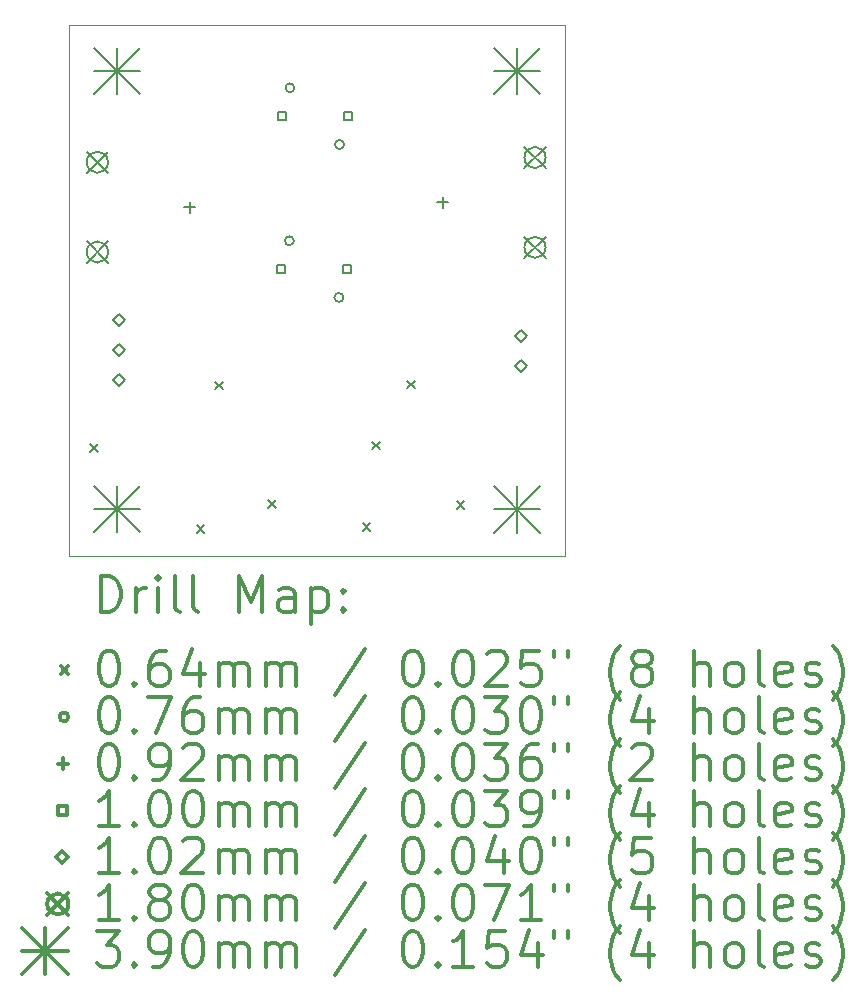
<source format=gbr>
%FSLAX45Y45*%
G04 Gerber Fmt 4.5, Leading zero omitted, Abs format (unit mm)*
G04 Created by KiCad (PCBNEW (2014-10-27 BZR 5228)-product) date 15/05/2015 07:51:40*
%MOMM*%
G01*
G04 APERTURE LIST*
%ADD10C,0.127000*%
%ADD11C,0.100000*%
%ADD12C,0.200000*%
%ADD13C,0.300000*%
G04 APERTURE END LIST*
D10*
D11*
X12200000Y-10000000D02*
X16400000Y-10000000D01*
X16400000Y-14500000D02*
X12200000Y-14500000D01*
X12200000Y-14500000D02*
X12200000Y-10000000D01*
X16400000Y-10000000D02*
X16400000Y-14500000D01*
D12*
X12378250Y-13553250D02*
X12441750Y-13616750D01*
X12441750Y-13553250D02*
X12378250Y-13616750D01*
X13283250Y-14238250D02*
X13346750Y-14301750D01*
X13346750Y-14238250D02*
X13283250Y-14301750D01*
X13438250Y-13023250D02*
X13501750Y-13086750D01*
X13501750Y-13023250D02*
X13438250Y-13086750D01*
X13888250Y-14028250D02*
X13951750Y-14091750D01*
X13951750Y-14028250D02*
X13888250Y-14091750D01*
X14688250Y-14223250D02*
X14751750Y-14286750D01*
X14751750Y-14223250D02*
X14688250Y-14286750D01*
X14768250Y-13533250D02*
X14831750Y-13596750D01*
X14831750Y-13533250D02*
X14768250Y-13596750D01*
X15063250Y-13013250D02*
X15126750Y-13076750D01*
X15126750Y-13013250D02*
X15063250Y-13076750D01*
X15483250Y-14033250D02*
X15546750Y-14096750D01*
X15546750Y-14033250D02*
X15483250Y-14096750D01*
X14103100Y-11830000D02*
G75*
G03X14103100Y-11830000I-38100J0D01*
G01*
X14108100Y-10535000D02*
G75*
G03X14108100Y-10535000I-38100J0D01*
G01*
X14523100Y-12310000D02*
G75*
G03X14523100Y-12310000I-38100J0D01*
G01*
X14528100Y-11015000D02*
G75*
G03X14528100Y-11015000I-38100J0D01*
G01*
X13220000Y-11499000D02*
X13220000Y-11591000D01*
X13174000Y-11545000D02*
X13266000Y-11545000D01*
X15365000Y-11459000D02*
X15365000Y-11551000D01*
X15319000Y-11505000D02*
X15411000Y-11505000D01*
X14030782Y-12104982D02*
X14030782Y-12034217D01*
X13960017Y-12034217D01*
X13960017Y-12104982D01*
X14030782Y-12104982D01*
X14036182Y-10810783D02*
X14036182Y-10740018D01*
X13965417Y-10740018D01*
X13965417Y-10810783D01*
X14036182Y-10810783D01*
X14589582Y-12104982D02*
X14589582Y-12034217D01*
X14518817Y-12034217D01*
X14518817Y-12104982D01*
X14589582Y-12104982D01*
X14594982Y-10810783D02*
X14594982Y-10740018D01*
X14524217Y-10740018D01*
X14524217Y-10810783D01*
X14594982Y-10810783D01*
X12625000Y-12547800D02*
X12675800Y-12497000D01*
X12625000Y-12446200D01*
X12574200Y-12497000D01*
X12625000Y-12547800D01*
X12625000Y-12801800D02*
X12675800Y-12751000D01*
X12625000Y-12700200D01*
X12574200Y-12751000D01*
X12625000Y-12801800D01*
X12625000Y-13055800D02*
X12675800Y-13005000D01*
X12625000Y-12954200D01*
X12574200Y-13005000D01*
X12625000Y-13055800D01*
X16025000Y-12690800D02*
X16075800Y-12640000D01*
X16025000Y-12589200D01*
X15974200Y-12640000D01*
X16025000Y-12690800D01*
X16025000Y-12944800D02*
X16075800Y-12894000D01*
X16025000Y-12843200D01*
X15974200Y-12894000D01*
X16025000Y-12944800D01*
X12350000Y-11075000D02*
X12530000Y-11255000D01*
X12530000Y-11075000D02*
X12350000Y-11255000D01*
X12530000Y-11165000D02*
G75*
G03X12530000Y-11165000I-90000J0D01*
G01*
X12350000Y-11835000D02*
X12530000Y-12015000D01*
X12530000Y-11835000D02*
X12350000Y-12015000D01*
X12530000Y-11925000D02*
G75*
G03X12530000Y-11925000I-90000J0D01*
G01*
X16055000Y-11035000D02*
X16235000Y-11215000D01*
X16235000Y-11035000D02*
X16055000Y-11215000D01*
X16235000Y-11125000D02*
G75*
G03X16235000Y-11125000I-90000J0D01*
G01*
X16055000Y-11795000D02*
X16235000Y-11975000D01*
X16235000Y-11795000D02*
X16055000Y-11975000D01*
X16235000Y-11885000D02*
G75*
G03X16235000Y-11885000I-90000J0D01*
G01*
X12410000Y-10195000D02*
X12800000Y-10585000D01*
X12800000Y-10195000D02*
X12410000Y-10585000D01*
X12605000Y-10195000D02*
X12605000Y-10585000D01*
X12410000Y-10390000D02*
X12800000Y-10390000D01*
X12415000Y-13905000D02*
X12805000Y-14295000D01*
X12805000Y-13905000D02*
X12415000Y-14295000D01*
X12610000Y-13905000D02*
X12610000Y-14295000D01*
X12415000Y-14100000D02*
X12805000Y-14100000D01*
X15795000Y-13910000D02*
X16185000Y-14300000D01*
X16185000Y-13910000D02*
X15795000Y-14300000D01*
X15990000Y-13910000D02*
X15990000Y-14300000D01*
X15795000Y-14105000D02*
X16185000Y-14105000D01*
X15800000Y-10195000D02*
X16190000Y-10585000D01*
X16190000Y-10195000D02*
X15800000Y-10585000D01*
X15995000Y-10195000D02*
X15995000Y-10585000D01*
X15800000Y-10390000D02*
X16190000Y-10390000D01*
D13*
X12466428Y-14970714D02*
X12466428Y-14670714D01*
X12537857Y-14670714D01*
X12580714Y-14685000D01*
X12609286Y-14713571D01*
X12623571Y-14742143D01*
X12637857Y-14799286D01*
X12637857Y-14842143D01*
X12623571Y-14899286D01*
X12609286Y-14927857D01*
X12580714Y-14956429D01*
X12537857Y-14970714D01*
X12466428Y-14970714D01*
X12766428Y-14970714D02*
X12766428Y-14770714D01*
X12766428Y-14827857D02*
X12780714Y-14799286D01*
X12795000Y-14785000D01*
X12823571Y-14770714D01*
X12852143Y-14770714D01*
X12952143Y-14970714D02*
X12952143Y-14770714D01*
X12952143Y-14670714D02*
X12937857Y-14685000D01*
X12952143Y-14699286D01*
X12966428Y-14685000D01*
X12952143Y-14670714D01*
X12952143Y-14699286D01*
X13137857Y-14970714D02*
X13109286Y-14956429D01*
X13095000Y-14927857D01*
X13095000Y-14670714D01*
X13295000Y-14970714D02*
X13266428Y-14956429D01*
X13252143Y-14927857D01*
X13252143Y-14670714D01*
X13637857Y-14970714D02*
X13637857Y-14670714D01*
X13737857Y-14885000D01*
X13837857Y-14670714D01*
X13837857Y-14970714D01*
X14109286Y-14970714D02*
X14109286Y-14813571D01*
X14095000Y-14785000D01*
X14066428Y-14770714D01*
X14009286Y-14770714D01*
X13980714Y-14785000D01*
X14109286Y-14956429D02*
X14080714Y-14970714D01*
X14009286Y-14970714D01*
X13980714Y-14956429D01*
X13966428Y-14927857D01*
X13966428Y-14899286D01*
X13980714Y-14870714D01*
X14009286Y-14856429D01*
X14080714Y-14856429D01*
X14109286Y-14842143D01*
X14252143Y-14770714D02*
X14252143Y-15070714D01*
X14252143Y-14785000D02*
X14280714Y-14770714D01*
X14337857Y-14770714D01*
X14366428Y-14785000D01*
X14380714Y-14799286D01*
X14395000Y-14827857D01*
X14395000Y-14913571D01*
X14380714Y-14942143D01*
X14366428Y-14956429D01*
X14337857Y-14970714D01*
X14280714Y-14970714D01*
X14252143Y-14956429D01*
X14523571Y-14942143D02*
X14537857Y-14956429D01*
X14523571Y-14970714D01*
X14509286Y-14956429D01*
X14523571Y-14942143D01*
X14523571Y-14970714D01*
X14523571Y-14785000D02*
X14537857Y-14799286D01*
X14523571Y-14813571D01*
X14509286Y-14799286D01*
X14523571Y-14785000D01*
X14523571Y-14813571D01*
X12131500Y-15433250D02*
X12195000Y-15496750D01*
X12195000Y-15433250D02*
X12131500Y-15496750D01*
X12523571Y-15300714D02*
X12552143Y-15300714D01*
X12580714Y-15315000D01*
X12595000Y-15329286D01*
X12609286Y-15357857D01*
X12623571Y-15415000D01*
X12623571Y-15486429D01*
X12609286Y-15543571D01*
X12595000Y-15572143D01*
X12580714Y-15586429D01*
X12552143Y-15600714D01*
X12523571Y-15600714D01*
X12495000Y-15586429D01*
X12480714Y-15572143D01*
X12466428Y-15543571D01*
X12452143Y-15486429D01*
X12452143Y-15415000D01*
X12466428Y-15357857D01*
X12480714Y-15329286D01*
X12495000Y-15315000D01*
X12523571Y-15300714D01*
X12752143Y-15572143D02*
X12766428Y-15586429D01*
X12752143Y-15600714D01*
X12737857Y-15586429D01*
X12752143Y-15572143D01*
X12752143Y-15600714D01*
X13023571Y-15300714D02*
X12966428Y-15300714D01*
X12937857Y-15315000D01*
X12923571Y-15329286D01*
X12895000Y-15372143D01*
X12880714Y-15429286D01*
X12880714Y-15543571D01*
X12895000Y-15572143D01*
X12909286Y-15586429D01*
X12937857Y-15600714D01*
X12995000Y-15600714D01*
X13023571Y-15586429D01*
X13037857Y-15572143D01*
X13052143Y-15543571D01*
X13052143Y-15472143D01*
X13037857Y-15443571D01*
X13023571Y-15429286D01*
X12995000Y-15415000D01*
X12937857Y-15415000D01*
X12909286Y-15429286D01*
X12895000Y-15443571D01*
X12880714Y-15472143D01*
X13309286Y-15400714D02*
X13309286Y-15600714D01*
X13237857Y-15286429D02*
X13166428Y-15500714D01*
X13352143Y-15500714D01*
X13466428Y-15600714D02*
X13466428Y-15400714D01*
X13466428Y-15429286D02*
X13480714Y-15415000D01*
X13509286Y-15400714D01*
X13552143Y-15400714D01*
X13580714Y-15415000D01*
X13595000Y-15443571D01*
X13595000Y-15600714D01*
X13595000Y-15443571D02*
X13609286Y-15415000D01*
X13637857Y-15400714D01*
X13680714Y-15400714D01*
X13709286Y-15415000D01*
X13723571Y-15443571D01*
X13723571Y-15600714D01*
X13866428Y-15600714D02*
X13866428Y-15400714D01*
X13866428Y-15429286D02*
X13880714Y-15415000D01*
X13909286Y-15400714D01*
X13952143Y-15400714D01*
X13980714Y-15415000D01*
X13995000Y-15443571D01*
X13995000Y-15600714D01*
X13995000Y-15443571D02*
X14009286Y-15415000D01*
X14037857Y-15400714D01*
X14080714Y-15400714D01*
X14109286Y-15415000D01*
X14123571Y-15443571D01*
X14123571Y-15600714D01*
X14709286Y-15286429D02*
X14452143Y-15672143D01*
X15095000Y-15300714D02*
X15123571Y-15300714D01*
X15152143Y-15315000D01*
X15166428Y-15329286D01*
X15180714Y-15357857D01*
X15195000Y-15415000D01*
X15195000Y-15486429D01*
X15180714Y-15543571D01*
X15166428Y-15572143D01*
X15152143Y-15586429D01*
X15123571Y-15600714D01*
X15095000Y-15600714D01*
X15066428Y-15586429D01*
X15052143Y-15572143D01*
X15037857Y-15543571D01*
X15023571Y-15486429D01*
X15023571Y-15415000D01*
X15037857Y-15357857D01*
X15052143Y-15329286D01*
X15066428Y-15315000D01*
X15095000Y-15300714D01*
X15323571Y-15572143D02*
X15337857Y-15586429D01*
X15323571Y-15600714D01*
X15309286Y-15586429D01*
X15323571Y-15572143D01*
X15323571Y-15600714D01*
X15523571Y-15300714D02*
X15552143Y-15300714D01*
X15580714Y-15315000D01*
X15595000Y-15329286D01*
X15609285Y-15357857D01*
X15623571Y-15415000D01*
X15623571Y-15486429D01*
X15609285Y-15543571D01*
X15595000Y-15572143D01*
X15580714Y-15586429D01*
X15552143Y-15600714D01*
X15523571Y-15600714D01*
X15495000Y-15586429D01*
X15480714Y-15572143D01*
X15466428Y-15543571D01*
X15452143Y-15486429D01*
X15452143Y-15415000D01*
X15466428Y-15357857D01*
X15480714Y-15329286D01*
X15495000Y-15315000D01*
X15523571Y-15300714D01*
X15737857Y-15329286D02*
X15752143Y-15315000D01*
X15780714Y-15300714D01*
X15852143Y-15300714D01*
X15880714Y-15315000D01*
X15895000Y-15329286D01*
X15909285Y-15357857D01*
X15909285Y-15386429D01*
X15895000Y-15429286D01*
X15723571Y-15600714D01*
X15909285Y-15600714D01*
X16180714Y-15300714D02*
X16037857Y-15300714D01*
X16023571Y-15443571D01*
X16037857Y-15429286D01*
X16066428Y-15415000D01*
X16137857Y-15415000D01*
X16166428Y-15429286D01*
X16180714Y-15443571D01*
X16195000Y-15472143D01*
X16195000Y-15543571D01*
X16180714Y-15572143D01*
X16166428Y-15586429D01*
X16137857Y-15600714D01*
X16066428Y-15600714D01*
X16037857Y-15586429D01*
X16023571Y-15572143D01*
X16309286Y-15300714D02*
X16309286Y-15357857D01*
X16423571Y-15300714D02*
X16423571Y-15357857D01*
X16866428Y-15715000D02*
X16852143Y-15700714D01*
X16823571Y-15657857D01*
X16809286Y-15629286D01*
X16795000Y-15586429D01*
X16780714Y-15515000D01*
X16780714Y-15457857D01*
X16795000Y-15386429D01*
X16809286Y-15343571D01*
X16823571Y-15315000D01*
X16852143Y-15272143D01*
X16866428Y-15257857D01*
X17023571Y-15429286D02*
X16995000Y-15415000D01*
X16980714Y-15400714D01*
X16966428Y-15372143D01*
X16966428Y-15357857D01*
X16980714Y-15329286D01*
X16995000Y-15315000D01*
X17023571Y-15300714D01*
X17080714Y-15300714D01*
X17109286Y-15315000D01*
X17123571Y-15329286D01*
X17137857Y-15357857D01*
X17137857Y-15372143D01*
X17123571Y-15400714D01*
X17109286Y-15415000D01*
X17080714Y-15429286D01*
X17023571Y-15429286D01*
X16995000Y-15443571D01*
X16980714Y-15457857D01*
X16966428Y-15486429D01*
X16966428Y-15543571D01*
X16980714Y-15572143D01*
X16995000Y-15586429D01*
X17023571Y-15600714D01*
X17080714Y-15600714D01*
X17109286Y-15586429D01*
X17123571Y-15572143D01*
X17137857Y-15543571D01*
X17137857Y-15486429D01*
X17123571Y-15457857D01*
X17109286Y-15443571D01*
X17080714Y-15429286D01*
X17495000Y-15600714D02*
X17495000Y-15300714D01*
X17623571Y-15600714D02*
X17623571Y-15443571D01*
X17609286Y-15415000D01*
X17580714Y-15400714D01*
X17537857Y-15400714D01*
X17509286Y-15415000D01*
X17495000Y-15429286D01*
X17809286Y-15600714D02*
X17780714Y-15586429D01*
X17766428Y-15572143D01*
X17752143Y-15543571D01*
X17752143Y-15457857D01*
X17766428Y-15429286D01*
X17780714Y-15415000D01*
X17809286Y-15400714D01*
X17852143Y-15400714D01*
X17880714Y-15415000D01*
X17895000Y-15429286D01*
X17909286Y-15457857D01*
X17909286Y-15543571D01*
X17895000Y-15572143D01*
X17880714Y-15586429D01*
X17852143Y-15600714D01*
X17809286Y-15600714D01*
X18080714Y-15600714D02*
X18052143Y-15586429D01*
X18037857Y-15557857D01*
X18037857Y-15300714D01*
X18309286Y-15586429D02*
X18280714Y-15600714D01*
X18223571Y-15600714D01*
X18195000Y-15586429D01*
X18180714Y-15557857D01*
X18180714Y-15443571D01*
X18195000Y-15415000D01*
X18223571Y-15400714D01*
X18280714Y-15400714D01*
X18309286Y-15415000D01*
X18323571Y-15443571D01*
X18323571Y-15472143D01*
X18180714Y-15500714D01*
X18437857Y-15586429D02*
X18466429Y-15600714D01*
X18523571Y-15600714D01*
X18552143Y-15586429D01*
X18566429Y-15557857D01*
X18566429Y-15543571D01*
X18552143Y-15515000D01*
X18523571Y-15500714D01*
X18480714Y-15500714D01*
X18452143Y-15486429D01*
X18437857Y-15457857D01*
X18437857Y-15443571D01*
X18452143Y-15415000D01*
X18480714Y-15400714D01*
X18523571Y-15400714D01*
X18552143Y-15415000D01*
X18666428Y-15715000D02*
X18680714Y-15700714D01*
X18709286Y-15657857D01*
X18723571Y-15629286D01*
X18737857Y-15586429D01*
X18752143Y-15515000D01*
X18752143Y-15457857D01*
X18737857Y-15386429D01*
X18723571Y-15343571D01*
X18709286Y-15315000D01*
X18680714Y-15272143D01*
X18666428Y-15257857D01*
X12195000Y-15861000D02*
G75*
G03X12195000Y-15861000I-38100J0D01*
G01*
X12523571Y-15696714D02*
X12552143Y-15696714D01*
X12580714Y-15711000D01*
X12595000Y-15725286D01*
X12609286Y-15753857D01*
X12623571Y-15811000D01*
X12623571Y-15882429D01*
X12609286Y-15939571D01*
X12595000Y-15968143D01*
X12580714Y-15982429D01*
X12552143Y-15996714D01*
X12523571Y-15996714D01*
X12495000Y-15982429D01*
X12480714Y-15968143D01*
X12466428Y-15939571D01*
X12452143Y-15882429D01*
X12452143Y-15811000D01*
X12466428Y-15753857D01*
X12480714Y-15725286D01*
X12495000Y-15711000D01*
X12523571Y-15696714D01*
X12752143Y-15968143D02*
X12766428Y-15982429D01*
X12752143Y-15996714D01*
X12737857Y-15982429D01*
X12752143Y-15968143D01*
X12752143Y-15996714D01*
X12866428Y-15696714D02*
X13066428Y-15696714D01*
X12937857Y-15996714D01*
X13309286Y-15696714D02*
X13252143Y-15696714D01*
X13223571Y-15711000D01*
X13209286Y-15725286D01*
X13180714Y-15768143D01*
X13166428Y-15825286D01*
X13166428Y-15939571D01*
X13180714Y-15968143D01*
X13195000Y-15982429D01*
X13223571Y-15996714D01*
X13280714Y-15996714D01*
X13309286Y-15982429D01*
X13323571Y-15968143D01*
X13337857Y-15939571D01*
X13337857Y-15868143D01*
X13323571Y-15839571D01*
X13309286Y-15825286D01*
X13280714Y-15811000D01*
X13223571Y-15811000D01*
X13195000Y-15825286D01*
X13180714Y-15839571D01*
X13166428Y-15868143D01*
X13466428Y-15996714D02*
X13466428Y-15796714D01*
X13466428Y-15825286D02*
X13480714Y-15811000D01*
X13509286Y-15796714D01*
X13552143Y-15796714D01*
X13580714Y-15811000D01*
X13595000Y-15839571D01*
X13595000Y-15996714D01*
X13595000Y-15839571D02*
X13609286Y-15811000D01*
X13637857Y-15796714D01*
X13680714Y-15796714D01*
X13709286Y-15811000D01*
X13723571Y-15839571D01*
X13723571Y-15996714D01*
X13866428Y-15996714D02*
X13866428Y-15796714D01*
X13866428Y-15825286D02*
X13880714Y-15811000D01*
X13909286Y-15796714D01*
X13952143Y-15796714D01*
X13980714Y-15811000D01*
X13995000Y-15839571D01*
X13995000Y-15996714D01*
X13995000Y-15839571D02*
X14009286Y-15811000D01*
X14037857Y-15796714D01*
X14080714Y-15796714D01*
X14109286Y-15811000D01*
X14123571Y-15839571D01*
X14123571Y-15996714D01*
X14709286Y-15682429D02*
X14452143Y-16068143D01*
X15095000Y-15696714D02*
X15123571Y-15696714D01*
X15152143Y-15711000D01*
X15166428Y-15725286D01*
X15180714Y-15753857D01*
X15195000Y-15811000D01*
X15195000Y-15882429D01*
X15180714Y-15939571D01*
X15166428Y-15968143D01*
X15152143Y-15982429D01*
X15123571Y-15996714D01*
X15095000Y-15996714D01*
X15066428Y-15982429D01*
X15052143Y-15968143D01*
X15037857Y-15939571D01*
X15023571Y-15882429D01*
X15023571Y-15811000D01*
X15037857Y-15753857D01*
X15052143Y-15725286D01*
X15066428Y-15711000D01*
X15095000Y-15696714D01*
X15323571Y-15968143D02*
X15337857Y-15982429D01*
X15323571Y-15996714D01*
X15309286Y-15982429D01*
X15323571Y-15968143D01*
X15323571Y-15996714D01*
X15523571Y-15696714D02*
X15552143Y-15696714D01*
X15580714Y-15711000D01*
X15595000Y-15725286D01*
X15609285Y-15753857D01*
X15623571Y-15811000D01*
X15623571Y-15882429D01*
X15609285Y-15939571D01*
X15595000Y-15968143D01*
X15580714Y-15982429D01*
X15552143Y-15996714D01*
X15523571Y-15996714D01*
X15495000Y-15982429D01*
X15480714Y-15968143D01*
X15466428Y-15939571D01*
X15452143Y-15882429D01*
X15452143Y-15811000D01*
X15466428Y-15753857D01*
X15480714Y-15725286D01*
X15495000Y-15711000D01*
X15523571Y-15696714D01*
X15723571Y-15696714D02*
X15909285Y-15696714D01*
X15809285Y-15811000D01*
X15852143Y-15811000D01*
X15880714Y-15825286D01*
X15895000Y-15839571D01*
X15909285Y-15868143D01*
X15909285Y-15939571D01*
X15895000Y-15968143D01*
X15880714Y-15982429D01*
X15852143Y-15996714D01*
X15766428Y-15996714D01*
X15737857Y-15982429D01*
X15723571Y-15968143D01*
X16095000Y-15696714D02*
X16123571Y-15696714D01*
X16152143Y-15711000D01*
X16166428Y-15725286D01*
X16180714Y-15753857D01*
X16195000Y-15811000D01*
X16195000Y-15882429D01*
X16180714Y-15939571D01*
X16166428Y-15968143D01*
X16152143Y-15982429D01*
X16123571Y-15996714D01*
X16095000Y-15996714D01*
X16066428Y-15982429D01*
X16052143Y-15968143D01*
X16037857Y-15939571D01*
X16023571Y-15882429D01*
X16023571Y-15811000D01*
X16037857Y-15753857D01*
X16052143Y-15725286D01*
X16066428Y-15711000D01*
X16095000Y-15696714D01*
X16309286Y-15696714D02*
X16309286Y-15753857D01*
X16423571Y-15696714D02*
X16423571Y-15753857D01*
X16866428Y-16111000D02*
X16852143Y-16096714D01*
X16823571Y-16053857D01*
X16809286Y-16025286D01*
X16795000Y-15982429D01*
X16780714Y-15911000D01*
X16780714Y-15853857D01*
X16795000Y-15782429D01*
X16809286Y-15739571D01*
X16823571Y-15711000D01*
X16852143Y-15668143D01*
X16866428Y-15653857D01*
X17109286Y-15796714D02*
X17109286Y-15996714D01*
X17037857Y-15682429D02*
X16966428Y-15896714D01*
X17152143Y-15896714D01*
X17495000Y-15996714D02*
X17495000Y-15696714D01*
X17623571Y-15996714D02*
X17623571Y-15839571D01*
X17609286Y-15811000D01*
X17580714Y-15796714D01*
X17537857Y-15796714D01*
X17509286Y-15811000D01*
X17495000Y-15825286D01*
X17809286Y-15996714D02*
X17780714Y-15982429D01*
X17766428Y-15968143D01*
X17752143Y-15939571D01*
X17752143Y-15853857D01*
X17766428Y-15825286D01*
X17780714Y-15811000D01*
X17809286Y-15796714D01*
X17852143Y-15796714D01*
X17880714Y-15811000D01*
X17895000Y-15825286D01*
X17909286Y-15853857D01*
X17909286Y-15939571D01*
X17895000Y-15968143D01*
X17880714Y-15982429D01*
X17852143Y-15996714D01*
X17809286Y-15996714D01*
X18080714Y-15996714D02*
X18052143Y-15982429D01*
X18037857Y-15953857D01*
X18037857Y-15696714D01*
X18309286Y-15982429D02*
X18280714Y-15996714D01*
X18223571Y-15996714D01*
X18195000Y-15982429D01*
X18180714Y-15953857D01*
X18180714Y-15839571D01*
X18195000Y-15811000D01*
X18223571Y-15796714D01*
X18280714Y-15796714D01*
X18309286Y-15811000D01*
X18323571Y-15839571D01*
X18323571Y-15868143D01*
X18180714Y-15896714D01*
X18437857Y-15982429D02*
X18466429Y-15996714D01*
X18523571Y-15996714D01*
X18552143Y-15982429D01*
X18566429Y-15953857D01*
X18566429Y-15939571D01*
X18552143Y-15911000D01*
X18523571Y-15896714D01*
X18480714Y-15896714D01*
X18452143Y-15882429D01*
X18437857Y-15853857D01*
X18437857Y-15839571D01*
X18452143Y-15811000D01*
X18480714Y-15796714D01*
X18523571Y-15796714D01*
X18552143Y-15811000D01*
X18666428Y-16111000D02*
X18680714Y-16096714D01*
X18709286Y-16053857D01*
X18723571Y-16025286D01*
X18737857Y-15982429D01*
X18752143Y-15911000D01*
X18752143Y-15853857D01*
X18737857Y-15782429D01*
X18723571Y-15739571D01*
X18709286Y-15711000D01*
X18680714Y-15668143D01*
X18666428Y-15653857D01*
X12149000Y-16211000D02*
X12149000Y-16303000D01*
X12103000Y-16257000D02*
X12195000Y-16257000D01*
X12523571Y-16092714D02*
X12552143Y-16092714D01*
X12580714Y-16107000D01*
X12595000Y-16121286D01*
X12609286Y-16149857D01*
X12623571Y-16207000D01*
X12623571Y-16278429D01*
X12609286Y-16335571D01*
X12595000Y-16364143D01*
X12580714Y-16378429D01*
X12552143Y-16392714D01*
X12523571Y-16392714D01*
X12495000Y-16378429D01*
X12480714Y-16364143D01*
X12466428Y-16335571D01*
X12452143Y-16278429D01*
X12452143Y-16207000D01*
X12466428Y-16149857D01*
X12480714Y-16121286D01*
X12495000Y-16107000D01*
X12523571Y-16092714D01*
X12752143Y-16364143D02*
X12766428Y-16378429D01*
X12752143Y-16392714D01*
X12737857Y-16378429D01*
X12752143Y-16364143D01*
X12752143Y-16392714D01*
X12909286Y-16392714D02*
X12966428Y-16392714D01*
X12995000Y-16378429D01*
X13009286Y-16364143D01*
X13037857Y-16321286D01*
X13052143Y-16264143D01*
X13052143Y-16149857D01*
X13037857Y-16121286D01*
X13023571Y-16107000D01*
X12995000Y-16092714D01*
X12937857Y-16092714D01*
X12909286Y-16107000D01*
X12895000Y-16121286D01*
X12880714Y-16149857D01*
X12880714Y-16221286D01*
X12895000Y-16249857D01*
X12909286Y-16264143D01*
X12937857Y-16278429D01*
X12995000Y-16278429D01*
X13023571Y-16264143D01*
X13037857Y-16249857D01*
X13052143Y-16221286D01*
X13166428Y-16121286D02*
X13180714Y-16107000D01*
X13209286Y-16092714D01*
X13280714Y-16092714D01*
X13309286Y-16107000D01*
X13323571Y-16121286D01*
X13337857Y-16149857D01*
X13337857Y-16178429D01*
X13323571Y-16221286D01*
X13152143Y-16392714D01*
X13337857Y-16392714D01*
X13466428Y-16392714D02*
X13466428Y-16192714D01*
X13466428Y-16221286D02*
X13480714Y-16207000D01*
X13509286Y-16192714D01*
X13552143Y-16192714D01*
X13580714Y-16207000D01*
X13595000Y-16235571D01*
X13595000Y-16392714D01*
X13595000Y-16235571D02*
X13609286Y-16207000D01*
X13637857Y-16192714D01*
X13680714Y-16192714D01*
X13709286Y-16207000D01*
X13723571Y-16235571D01*
X13723571Y-16392714D01*
X13866428Y-16392714D02*
X13866428Y-16192714D01*
X13866428Y-16221286D02*
X13880714Y-16207000D01*
X13909286Y-16192714D01*
X13952143Y-16192714D01*
X13980714Y-16207000D01*
X13995000Y-16235571D01*
X13995000Y-16392714D01*
X13995000Y-16235571D02*
X14009286Y-16207000D01*
X14037857Y-16192714D01*
X14080714Y-16192714D01*
X14109286Y-16207000D01*
X14123571Y-16235571D01*
X14123571Y-16392714D01*
X14709286Y-16078429D02*
X14452143Y-16464143D01*
X15095000Y-16092714D02*
X15123571Y-16092714D01*
X15152143Y-16107000D01*
X15166428Y-16121286D01*
X15180714Y-16149857D01*
X15195000Y-16207000D01*
X15195000Y-16278429D01*
X15180714Y-16335571D01*
X15166428Y-16364143D01*
X15152143Y-16378429D01*
X15123571Y-16392714D01*
X15095000Y-16392714D01*
X15066428Y-16378429D01*
X15052143Y-16364143D01*
X15037857Y-16335571D01*
X15023571Y-16278429D01*
X15023571Y-16207000D01*
X15037857Y-16149857D01*
X15052143Y-16121286D01*
X15066428Y-16107000D01*
X15095000Y-16092714D01*
X15323571Y-16364143D02*
X15337857Y-16378429D01*
X15323571Y-16392714D01*
X15309286Y-16378429D01*
X15323571Y-16364143D01*
X15323571Y-16392714D01*
X15523571Y-16092714D02*
X15552143Y-16092714D01*
X15580714Y-16107000D01*
X15595000Y-16121286D01*
X15609285Y-16149857D01*
X15623571Y-16207000D01*
X15623571Y-16278429D01*
X15609285Y-16335571D01*
X15595000Y-16364143D01*
X15580714Y-16378429D01*
X15552143Y-16392714D01*
X15523571Y-16392714D01*
X15495000Y-16378429D01*
X15480714Y-16364143D01*
X15466428Y-16335571D01*
X15452143Y-16278429D01*
X15452143Y-16207000D01*
X15466428Y-16149857D01*
X15480714Y-16121286D01*
X15495000Y-16107000D01*
X15523571Y-16092714D01*
X15723571Y-16092714D02*
X15909285Y-16092714D01*
X15809285Y-16207000D01*
X15852143Y-16207000D01*
X15880714Y-16221286D01*
X15895000Y-16235571D01*
X15909285Y-16264143D01*
X15909285Y-16335571D01*
X15895000Y-16364143D01*
X15880714Y-16378429D01*
X15852143Y-16392714D01*
X15766428Y-16392714D01*
X15737857Y-16378429D01*
X15723571Y-16364143D01*
X16166428Y-16092714D02*
X16109285Y-16092714D01*
X16080714Y-16107000D01*
X16066428Y-16121286D01*
X16037857Y-16164143D01*
X16023571Y-16221286D01*
X16023571Y-16335571D01*
X16037857Y-16364143D01*
X16052143Y-16378429D01*
X16080714Y-16392714D01*
X16137857Y-16392714D01*
X16166428Y-16378429D01*
X16180714Y-16364143D01*
X16195000Y-16335571D01*
X16195000Y-16264143D01*
X16180714Y-16235571D01*
X16166428Y-16221286D01*
X16137857Y-16207000D01*
X16080714Y-16207000D01*
X16052143Y-16221286D01*
X16037857Y-16235571D01*
X16023571Y-16264143D01*
X16309286Y-16092714D02*
X16309286Y-16149857D01*
X16423571Y-16092714D02*
X16423571Y-16149857D01*
X16866428Y-16507000D02*
X16852143Y-16492714D01*
X16823571Y-16449857D01*
X16809286Y-16421286D01*
X16795000Y-16378429D01*
X16780714Y-16307000D01*
X16780714Y-16249857D01*
X16795000Y-16178429D01*
X16809286Y-16135571D01*
X16823571Y-16107000D01*
X16852143Y-16064143D01*
X16866428Y-16049857D01*
X16966428Y-16121286D02*
X16980714Y-16107000D01*
X17009286Y-16092714D01*
X17080714Y-16092714D01*
X17109286Y-16107000D01*
X17123571Y-16121286D01*
X17137857Y-16149857D01*
X17137857Y-16178429D01*
X17123571Y-16221286D01*
X16952143Y-16392714D01*
X17137857Y-16392714D01*
X17495000Y-16392714D02*
X17495000Y-16092714D01*
X17623571Y-16392714D02*
X17623571Y-16235571D01*
X17609286Y-16207000D01*
X17580714Y-16192714D01*
X17537857Y-16192714D01*
X17509286Y-16207000D01*
X17495000Y-16221286D01*
X17809286Y-16392714D02*
X17780714Y-16378429D01*
X17766428Y-16364143D01*
X17752143Y-16335571D01*
X17752143Y-16249857D01*
X17766428Y-16221286D01*
X17780714Y-16207000D01*
X17809286Y-16192714D01*
X17852143Y-16192714D01*
X17880714Y-16207000D01*
X17895000Y-16221286D01*
X17909286Y-16249857D01*
X17909286Y-16335571D01*
X17895000Y-16364143D01*
X17880714Y-16378429D01*
X17852143Y-16392714D01*
X17809286Y-16392714D01*
X18080714Y-16392714D02*
X18052143Y-16378429D01*
X18037857Y-16349857D01*
X18037857Y-16092714D01*
X18309286Y-16378429D02*
X18280714Y-16392714D01*
X18223571Y-16392714D01*
X18195000Y-16378429D01*
X18180714Y-16349857D01*
X18180714Y-16235571D01*
X18195000Y-16207000D01*
X18223571Y-16192714D01*
X18280714Y-16192714D01*
X18309286Y-16207000D01*
X18323571Y-16235571D01*
X18323571Y-16264143D01*
X18180714Y-16292714D01*
X18437857Y-16378429D02*
X18466429Y-16392714D01*
X18523571Y-16392714D01*
X18552143Y-16378429D01*
X18566429Y-16349857D01*
X18566429Y-16335571D01*
X18552143Y-16307000D01*
X18523571Y-16292714D01*
X18480714Y-16292714D01*
X18452143Y-16278429D01*
X18437857Y-16249857D01*
X18437857Y-16235571D01*
X18452143Y-16207000D01*
X18480714Y-16192714D01*
X18523571Y-16192714D01*
X18552143Y-16207000D01*
X18666428Y-16507000D02*
X18680714Y-16492714D01*
X18709286Y-16449857D01*
X18723571Y-16421286D01*
X18737857Y-16378429D01*
X18752143Y-16307000D01*
X18752143Y-16249857D01*
X18737857Y-16178429D01*
X18723571Y-16135571D01*
X18709286Y-16107000D01*
X18680714Y-16064143D01*
X18666428Y-16049857D01*
X12180344Y-16688383D02*
X12180344Y-16617618D01*
X12109579Y-16617618D01*
X12109579Y-16688383D01*
X12180344Y-16688383D01*
X12623571Y-16788714D02*
X12452143Y-16788714D01*
X12537857Y-16788714D02*
X12537857Y-16488714D01*
X12509286Y-16531571D01*
X12480714Y-16560143D01*
X12452143Y-16574429D01*
X12752143Y-16760143D02*
X12766428Y-16774429D01*
X12752143Y-16788714D01*
X12737857Y-16774429D01*
X12752143Y-16760143D01*
X12752143Y-16788714D01*
X12952143Y-16488714D02*
X12980714Y-16488714D01*
X13009286Y-16503000D01*
X13023571Y-16517286D01*
X13037857Y-16545857D01*
X13052143Y-16603000D01*
X13052143Y-16674429D01*
X13037857Y-16731571D01*
X13023571Y-16760143D01*
X13009286Y-16774429D01*
X12980714Y-16788714D01*
X12952143Y-16788714D01*
X12923571Y-16774429D01*
X12909286Y-16760143D01*
X12895000Y-16731571D01*
X12880714Y-16674429D01*
X12880714Y-16603000D01*
X12895000Y-16545857D01*
X12909286Y-16517286D01*
X12923571Y-16503000D01*
X12952143Y-16488714D01*
X13237857Y-16488714D02*
X13266428Y-16488714D01*
X13295000Y-16503000D01*
X13309286Y-16517286D01*
X13323571Y-16545857D01*
X13337857Y-16603000D01*
X13337857Y-16674429D01*
X13323571Y-16731571D01*
X13309286Y-16760143D01*
X13295000Y-16774429D01*
X13266428Y-16788714D01*
X13237857Y-16788714D01*
X13209286Y-16774429D01*
X13195000Y-16760143D01*
X13180714Y-16731571D01*
X13166428Y-16674429D01*
X13166428Y-16603000D01*
X13180714Y-16545857D01*
X13195000Y-16517286D01*
X13209286Y-16503000D01*
X13237857Y-16488714D01*
X13466428Y-16788714D02*
X13466428Y-16588714D01*
X13466428Y-16617286D02*
X13480714Y-16603000D01*
X13509286Y-16588714D01*
X13552143Y-16588714D01*
X13580714Y-16603000D01*
X13595000Y-16631571D01*
X13595000Y-16788714D01*
X13595000Y-16631571D02*
X13609286Y-16603000D01*
X13637857Y-16588714D01*
X13680714Y-16588714D01*
X13709286Y-16603000D01*
X13723571Y-16631571D01*
X13723571Y-16788714D01*
X13866428Y-16788714D02*
X13866428Y-16588714D01*
X13866428Y-16617286D02*
X13880714Y-16603000D01*
X13909286Y-16588714D01*
X13952143Y-16588714D01*
X13980714Y-16603000D01*
X13995000Y-16631571D01*
X13995000Y-16788714D01*
X13995000Y-16631571D02*
X14009286Y-16603000D01*
X14037857Y-16588714D01*
X14080714Y-16588714D01*
X14109286Y-16603000D01*
X14123571Y-16631571D01*
X14123571Y-16788714D01*
X14709286Y-16474429D02*
X14452143Y-16860143D01*
X15095000Y-16488714D02*
X15123571Y-16488714D01*
X15152143Y-16503000D01*
X15166428Y-16517286D01*
X15180714Y-16545857D01*
X15195000Y-16603000D01*
X15195000Y-16674429D01*
X15180714Y-16731571D01*
X15166428Y-16760143D01*
X15152143Y-16774429D01*
X15123571Y-16788714D01*
X15095000Y-16788714D01*
X15066428Y-16774429D01*
X15052143Y-16760143D01*
X15037857Y-16731571D01*
X15023571Y-16674429D01*
X15023571Y-16603000D01*
X15037857Y-16545857D01*
X15052143Y-16517286D01*
X15066428Y-16503000D01*
X15095000Y-16488714D01*
X15323571Y-16760143D02*
X15337857Y-16774429D01*
X15323571Y-16788714D01*
X15309286Y-16774429D01*
X15323571Y-16760143D01*
X15323571Y-16788714D01*
X15523571Y-16488714D02*
X15552143Y-16488714D01*
X15580714Y-16503000D01*
X15595000Y-16517286D01*
X15609285Y-16545857D01*
X15623571Y-16603000D01*
X15623571Y-16674429D01*
X15609285Y-16731571D01*
X15595000Y-16760143D01*
X15580714Y-16774429D01*
X15552143Y-16788714D01*
X15523571Y-16788714D01*
X15495000Y-16774429D01*
X15480714Y-16760143D01*
X15466428Y-16731571D01*
X15452143Y-16674429D01*
X15452143Y-16603000D01*
X15466428Y-16545857D01*
X15480714Y-16517286D01*
X15495000Y-16503000D01*
X15523571Y-16488714D01*
X15723571Y-16488714D02*
X15909285Y-16488714D01*
X15809285Y-16603000D01*
X15852143Y-16603000D01*
X15880714Y-16617286D01*
X15895000Y-16631571D01*
X15909285Y-16660143D01*
X15909285Y-16731571D01*
X15895000Y-16760143D01*
X15880714Y-16774429D01*
X15852143Y-16788714D01*
X15766428Y-16788714D01*
X15737857Y-16774429D01*
X15723571Y-16760143D01*
X16052143Y-16788714D02*
X16109285Y-16788714D01*
X16137857Y-16774429D01*
X16152143Y-16760143D01*
X16180714Y-16717286D01*
X16195000Y-16660143D01*
X16195000Y-16545857D01*
X16180714Y-16517286D01*
X16166428Y-16503000D01*
X16137857Y-16488714D01*
X16080714Y-16488714D01*
X16052143Y-16503000D01*
X16037857Y-16517286D01*
X16023571Y-16545857D01*
X16023571Y-16617286D01*
X16037857Y-16645857D01*
X16052143Y-16660143D01*
X16080714Y-16674429D01*
X16137857Y-16674429D01*
X16166428Y-16660143D01*
X16180714Y-16645857D01*
X16195000Y-16617286D01*
X16309286Y-16488714D02*
X16309286Y-16545857D01*
X16423571Y-16488714D02*
X16423571Y-16545857D01*
X16866428Y-16903000D02*
X16852143Y-16888714D01*
X16823571Y-16845857D01*
X16809286Y-16817286D01*
X16795000Y-16774429D01*
X16780714Y-16703000D01*
X16780714Y-16645857D01*
X16795000Y-16574429D01*
X16809286Y-16531571D01*
X16823571Y-16503000D01*
X16852143Y-16460143D01*
X16866428Y-16445857D01*
X17109286Y-16588714D02*
X17109286Y-16788714D01*
X17037857Y-16474429D02*
X16966428Y-16688714D01*
X17152143Y-16688714D01*
X17495000Y-16788714D02*
X17495000Y-16488714D01*
X17623571Y-16788714D02*
X17623571Y-16631571D01*
X17609286Y-16603000D01*
X17580714Y-16588714D01*
X17537857Y-16588714D01*
X17509286Y-16603000D01*
X17495000Y-16617286D01*
X17809286Y-16788714D02*
X17780714Y-16774429D01*
X17766428Y-16760143D01*
X17752143Y-16731571D01*
X17752143Y-16645857D01*
X17766428Y-16617286D01*
X17780714Y-16603000D01*
X17809286Y-16588714D01*
X17852143Y-16588714D01*
X17880714Y-16603000D01*
X17895000Y-16617286D01*
X17909286Y-16645857D01*
X17909286Y-16731571D01*
X17895000Y-16760143D01*
X17880714Y-16774429D01*
X17852143Y-16788714D01*
X17809286Y-16788714D01*
X18080714Y-16788714D02*
X18052143Y-16774429D01*
X18037857Y-16745857D01*
X18037857Y-16488714D01*
X18309286Y-16774429D02*
X18280714Y-16788714D01*
X18223571Y-16788714D01*
X18195000Y-16774429D01*
X18180714Y-16745857D01*
X18180714Y-16631571D01*
X18195000Y-16603000D01*
X18223571Y-16588714D01*
X18280714Y-16588714D01*
X18309286Y-16603000D01*
X18323571Y-16631571D01*
X18323571Y-16660143D01*
X18180714Y-16688714D01*
X18437857Y-16774429D02*
X18466429Y-16788714D01*
X18523571Y-16788714D01*
X18552143Y-16774429D01*
X18566429Y-16745857D01*
X18566429Y-16731571D01*
X18552143Y-16703000D01*
X18523571Y-16688714D01*
X18480714Y-16688714D01*
X18452143Y-16674429D01*
X18437857Y-16645857D01*
X18437857Y-16631571D01*
X18452143Y-16603000D01*
X18480714Y-16588714D01*
X18523571Y-16588714D01*
X18552143Y-16603000D01*
X18666428Y-16903000D02*
X18680714Y-16888714D01*
X18709286Y-16845857D01*
X18723571Y-16817286D01*
X18737857Y-16774429D01*
X18752143Y-16703000D01*
X18752143Y-16645857D01*
X18737857Y-16574429D01*
X18723571Y-16531571D01*
X18709286Y-16503000D01*
X18680714Y-16460143D01*
X18666428Y-16445857D01*
X12144200Y-17099800D02*
X12195000Y-17049000D01*
X12144200Y-16998200D01*
X12093400Y-17049000D01*
X12144200Y-17099800D01*
X12623571Y-17184714D02*
X12452143Y-17184714D01*
X12537857Y-17184714D02*
X12537857Y-16884714D01*
X12509286Y-16927572D01*
X12480714Y-16956143D01*
X12452143Y-16970429D01*
X12752143Y-17156143D02*
X12766428Y-17170429D01*
X12752143Y-17184714D01*
X12737857Y-17170429D01*
X12752143Y-17156143D01*
X12752143Y-17184714D01*
X12952143Y-16884714D02*
X12980714Y-16884714D01*
X13009286Y-16899000D01*
X13023571Y-16913286D01*
X13037857Y-16941857D01*
X13052143Y-16999000D01*
X13052143Y-17070429D01*
X13037857Y-17127572D01*
X13023571Y-17156143D01*
X13009286Y-17170429D01*
X12980714Y-17184714D01*
X12952143Y-17184714D01*
X12923571Y-17170429D01*
X12909286Y-17156143D01*
X12895000Y-17127572D01*
X12880714Y-17070429D01*
X12880714Y-16999000D01*
X12895000Y-16941857D01*
X12909286Y-16913286D01*
X12923571Y-16899000D01*
X12952143Y-16884714D01*
X13166428Y-16913286D02*
X13180714Y-16899000D01*
X13209286Y-16884714D01*
X13280714Y-16884714D01*
X13309286Y-16899000D01*
X13323571Y-16913286D01*
X13337857Y-16941857D01*
X13337857Y-16970429D01*
X13323571Y-17013286D01*
X13152143Y-17184714D01*
X13337857Y-17184714D01*
X13466428Y-17184714D02*
X13466428Y-16984714D01*
X13466428Y-17013286D02*
X13480714Y-16999000D01*
X13509286Y-16984714D01*
X13552143Y-16984714D01*
X13580714Y-16999000D01*
X13595000Y-17027572D01*
X13595000Y-17184714D01*
X13595000Y-17027572D02*
X13609286Y-16999000D01*
X13637857Y-16984714D01*
X13680714Y-16984714D01*
X13709286Y-16999000D01*
X13723571Y-17027572D01*
X13723571Y-17184714D01*
X13866428Y-17184714D02*
X13866428Y-16984714D01*
X13866428Y-17013286D02*
X13880714Y-16999000D01*
X13909286Y-16984714D01*
X13952143Y-16984714D01*
X13980714Y-16999000D01*
X13995000Y-17027572D01*
X13995000Y-17184714D01*
X13995000Y-17027572D02*
X14009286Y-16999000D01*
X14037857Y-16984714D01*
X14080714Y-16984714D01*
X14109286Y-16999000D01*
X14123571Y-17027572D01*
X14123571Y-17184714D01*
X14709286Y-16870429D02*
X14452143Y-17256143D01*
X15095000Y-16884714D02*
X15123571Y-16884714D01*
X15152143Y-16899000D01*
X15166428Y-16913286D01*
X15180714Y-16941857D01*
X15195000Y-16999000D01*
X15195000Y-17070429D01*
X15180714Y-17127572D01*
X15166428Y-17156143D01*
X15152143Y-17170429D01*
X15123571Y-17184714D01*
X15095000Y-17184714D01*
X15066428Y-17170429D01*
X15052143Y-17156143D01*
X15037857Y-17127572D01*
X15023571Y-17070429D01*
X15023571Y-16999000D01*
X15037857Y-16941857D01*
X15052143Y-16913286D01*
X15066428Y-16899000D01*
X15095000Y-16884714D01*
X15323571Y-17156143D02*
X15337857Y-17170429D01*
X15323571Y-17184714D01*
X15309286Y-17170429D01*
X15323571Y-17156143D01*
X15323571Y-17184714D01*
X15523571Y-16884714D02*
X15552143Y-16884714D01*
X15580714Y-16899000D01*
X15595000Y-16913286D01*
X15609285Y-16941857D01*
X15623571Y-16999000D01*
X15623571Y-17070429D01*
X15609285Y-17127572D01*
X15595000Y-17156143D01*
X15580714Y-17170429D01*
X15552143Y-17184714D01*
X15523571Y-17184714D01*
X15495000Y-17170429D01*
X15480714Y-17156143D01*
X15466428Y-17127572D01*
X15452143Y-17070429D01*
X15452143Y-16999000D01*
X15466428Y-16941857D01*
X15480714Y-16913286D01*
X15495000Y-16899000D01*
X15523571Y-16884714D01*
X15880714Y-16984714D02*
X15880714Y-17184714D01*
X15809285Y-16870429D02*
X15737857Y-17084714D01*
X15923571Y-17084714D01*
X16095000Y-16884714D02*
X16123571Y-16884714D01*
X16152143Y-16899000D01*
X16166428Y-16913286D01*
X16180714Y-16941857D01*
X16195000Y-16999000D01*
X16195000Y-17070429D01*
X16180714Y-17127572D01*
X16166428Y-17156143D01*
X16152143Y-17170429D01*
X16123571Y-17184714D01*
X16095000Y-17184714D01*
X16066428Y-17170429D01*
X16052143Y-17156143D01*
X16037857Y-17127572D01*
X16023571Y-17070429D01*
X16023571Y-16999000D01*
X16037857Y-16941857D01*
X16052143Y-16913286D01*
X16066428Y-16899000D01*
X16095000Y-16884714D01*
X16309286Y-16884714D02*
X16309286Y-16941857D01*
X16423571Y-16884714D02*
X16423571Y-16941857D01*
X16866428Y-17299000D02*
X16852143Y-17284714D01*
X16823571Y-17241857D01*
X16809286Y-17213286D01*
X16795000Y-17170429D01*
X16780714Y-17099000D01*
X16780714Y-17041857D01*
X16795000Y-16970429D01*
X16809286Y-16927572D01*
X16823571Y-16899000D01*
X16852143Y-16856143D01*
X16866428Y-16841857D01*
X17123571Y-16884714D02*
X16980714Y-16884714D01*
X16966428Y-17027572D01*
X16980714Y-17013286D01*
X17009286Y-16999000D01*
X17080714Y-16999000D01*
X17109286Y-17013286D01*
X17123571Y-17027572D01*
X17137857Y-17056143D01*
X17137857Y-17127572D01*
X17123571Y-17156143D01*
X17109286Y-17170429D01*
X17080714Y-17184714D01*
X17009286Y-17184714D01*
X16980714Y-17170429D01*
X16966428Y-17156143D01*
X17495000Y-17184714D02*
X17495000Y-16884714D01*
X17623571Y-17184714D02*
X17623571Y-17027572D01*
X17609286Y-16999000D01*
X17580714Y-16984714D01*
X17537857Y-16984714D01*
X17509286Y-16999000D01*
X17495000Y-17013286D01*
X17809286Y-17184714D02*
X17780714Y-17170429D01*
X17766428Y-17156143D01*
X17752143Y-17127572D01*
X17752143Y-17041857D01*
X17766428Y-17013286D01*
X17780714Y-16999000D01*
X17809286Y-16984714D01*
X17852143Y-16984714D01*
X17880714Y-16999000D01*
X17895000Y-17013286D01*
X17909286Y-17041857D01*
X17909286Y-17127572D01*
X17895000Y-17156143D01*
X17880714Y-17170429D01*
X17852143Y-17184714D01*
X17809286Y-17184714D01*
X18080714Y-17184714D02*
X18052143Y-17170429D01*
X18037857Y-17141857D01*
X18037857Y-16884714D01*
X18309286Y-17170429D02*
X18280714Y-17184714D01*
X18223571Y-17184714D01*
X18195000Y-17170429D01*
X18180714Y-17141857D01*
X18180714Y-17027572D01*
X18195000Y-16999000D01*
X18223571Y-16984714D01*
X18280714Y-16984714D01*
X18309286Y-16999000D01*
X18323571Y-17027572D01*
X18323571Y-17056143D01*
X18180714Y-17084714D01*
X18437857Y-17170429D02*
X18466429Y-17184714D01*
X18523571Y-17184714D01*
X18552143Y-17170429D01*
X18566429Y-17141857D01*
X18566429Y-17127572D01*
X18552143Y-17099000D01*
X18523571Y-17084714D01*
X18480714Y-17084714D01*
X18452143Y-17070429D01*
X18437857Y-17041857D01*
X18437857Y-17027572D01*
X18452143Y-16999000D01*
X18480714Y-16984714D01*
X18523571Y-16984714D01*
X18552143Y-16999000D01*
X18666428Y-17299000D02*
X18680714Y-17284714D01*
X18709286Y-17241857D01*
X18723571Y-17213286D01*
X18737857Y-17170429D01*
X18752143Y-17099000D01*
X18752143Y-17041857D01*
X18737857Y-16970429D01*
X18723571Y-16927572D01*
X18709286Y-16899000D01*
X18680714Y-16856143D01*
X18666428Y-16841857D01*
X12015000Y-17355000D02*
X12195000Y-17535000D01*
X12195000Y-17355000D02*
X12015000Y-17535000D01*
X12195000Y-17445000D02*
G75*
G03X12195000Y-17445000I-90000J0D01*
G01*
X12623571Y-17580714D02*
X12452143Y-17580714D01*
X12537857Y-17580714D02*
X12537857Y-17280714D01*
X12509286Y-17323572D01*
X12480714Y-17352143D01*
X12452143Y-17366429D01*
X12752143Y-17552143D02*
X12766428Y-17566429D01*
X12752143Y-17580714D01*
X12737857Y-17566429D01*
X12752143Y-17552143D01*
X12752143Y-17580714D01*
X12937857Y-17409286D02*
X12909286Y-17395000D01*
X12895000Y-17380714D01*
X12880714Y-17352143D01*
X12880714Y-17337857D01*
X12895000Y-17309286D01*
X12909286Y-17295000D01*
X12937857Y-17280714D01*
X12995000Y-17280714D01*
X13023571Y-17295000D01*
X13037857Y-17309286D01*
X13052143Y-17337857D01*
X13052143Y-17352143D01*
X13037857Y-17380714D01*
X13023571Y-17395000D01*
X12995000Y-17409286D01*
X12937857Y-17409286D01*
X12909286Y-17423572D01*
X12895000Y-17437857D01*
X12880714Y-17466429D01*
X12880714Y-17523572D01*
X12895000Y-17552143D01*
X12909286Y-17566429D01*
X12937857Y-17580714D01*
X12995000Y-17580714D01*
X13023571Y-17566429D01*
X13037857Y-17552143D01*
X13052143Y-17523572D01*
X13052143Y-17466429D01*
X13037857Y-17437857D01*
X13023571Y-17423572D01*
X12995000Y-17409286D01*
X13237857Y-17280714D02*
X13266428Y-17280714D01*
X13295000Y-17295000D01*
X13309286Y-17309286D01*
X13323571Y-17337857D01*
X13337857Y-17395000D01*
X13337857Y-17466429D01*
X13323571Y-17523572D01*
X13309286Y-17552143D01*
X13295000Y-17566429D01*
X13266428Y-17580714D01*
X13237857Y-17580714D01*
X13209286Y-17566429D01*
X13195000Y-17552143D01*
X13180714Y-17523572D01*
X13166428Y-17466429D01*
X13166428Y-17395000D01*
X13180714Y-17337857D01*
X13195000Y-17309286D01*
X13209286Y-17295000D01*
X13237857Y-17280714D01*
X13466428Y-17580714D02*
X13466428Y-17380714D01*
X13466428Y-17409286D02*
X13480714Y-17395000D01*
X13509286Y-17380714D01*
X13552143Y-17380714D01*
X13580714Y-17395000D01*
X13595000Y-17423572D01*
X13595000Y-17580714D01*
X13595000Y-17423572D02*
X13609286Y-17395000D01*
X13637857Y-17380714D01*
X13680714Y-17380714D01*
X13709286Y-17395000D01*
X13723571Y-17423572D01*
X13723571Y-17580714D01*
X13866428Y-17580714D02*
X13866428Y-17380714D01*
X13866428Y-17409286D02*
X13880714Y-17395000D01*
X13909286Y-17380714D01*
X13952143Y-17380714D01*
X13980714Y-17395000D01*
X13995000Y-17423572D01*
X13995000Y-17580714D01*
X13995000Y-17423572D02*
X14009286Y-17395000D01*
X14037857Y-17380714D01*
X14080714Y-17380714D01*
X14109286Y-17395000D01*
X14123571Y-17423572D01*
X14123571Y-17580714D01*
X14709286Y-17266429D02*
X14452143Y-17652143D01*
X15095000Y-17280714D02*
X15123571Y-17280714D01*
X15152143Y-17295000D01*
X15166428Y-17309286D01*
X15180714Y-17337857D01*
X15195000Y-17395000D01*
X15195000Y-17466429D01*
X15180714Y-17523572D01*
X15166428Y-17552143D01*
X15152143Y-17566429D01*
X15123571Y-17580714D01*
X15095000Y-17580714D01*
X15066428Y-17566429D01*
X15052143Y-17552143D01*
X15037857Y-17523572D01*
X15023571Y-17466429D01*
X15023571Y-17395000D01*
X15037857Y-17337857D01*
X15052143Y-17309286D01*
X15066428Y-17295000D01*
X15095000Y-17280714D01*
X15323571Y-17552143D02*
X15337857Y-17566429D01*
X15323571Y-17580714D01*
X15309286Y-17566429D01*
X15323571Y-17552143D01*
X15323571Y-17580714D01*
X15523571Y-17280714D02*
X15552143Y-17280714D01*
X15580714Y-17295000D01*
X15595000Y-17309286D01*
X15609285Y-17337857D01*
X15623571Y-17395000D01*
X15623571Y-17466429D01*
X15609285Y-17523572D01*
X15595000Y-17552143D01*
X15580714Y-17566429D01*
X15552143Y-17580714D01*
X15523571Y-17580714D01*
X15495000Y-17566429D01*
X15480714Y-17552143D01*
X15466428Y-17523572D01*
X15452143Y-17466429D01*
X15452143Y-17395000D01*
X15466428Y-17337857D01*
X15480714Y-17309286D01*
X15495000Y-17295000D01*
X15523571Y-17280714D01*
X15723571Y-17280714D02*
X15923571Y-17280714D01*
X15795000Y-17580714D01*
X16195000Y-17580714D02*
X16023571Y-17580714D01*
X16109285Y-17580714D02*
X16109285Y-17280714D01*
X16080714Y-17323572D01*
X16052143Y-17352143D01*
X16023571Y-17366429D01*
X16309286Y-17280714D02*
X16309286Y-17337857D01*
X16423571Y-17280714D02*
X16423571Y-17337857D01*
X16866428Y-17695000D02*
X16852143Y-17680714D01*
X16823571Y-17637857D01*
X16809286Y-17609286D01*
X16795000Y-17566429D01*
X16780714Y-17495000D01*
X16780714Y-17437857D01*
X16795000Y-17366429D01*
X16809286Y-17323572D01*
X16823571Y-17295000D01*
X16852143Y-17252143D01*
X16866428Y-17237857D01*
X17109286Y-17380714D02*
X17109286Y-17580714D01*
X17037857Y-17266429D02*
X16966428Y-17480714D01*
X17152143Y-17480714D01*
X17495000Y-17580714D02*
X17495000Y-17280714D01*
X17623571Y-17580714D02*
X17623571Y-17423572D01*
X17609286Y-17395000D01*
X17580714Y-17380714D01*
X17537857Y-17380714D01*
X17509286Y-17395000D01*
X17495000Y-17409286D01*
X17809286Y-17580714D02*
X17780714Y-17566429D01*
X17766428Y-17552143D01*
X17752143Y-17523572D01*
X17752143Y-17437857D01*
X17766428Y-17409286D01*
X17780714Y-17395000D01*
X17809286Y-17380714D01*
X17852143Y-17380714D01*
X17880714Y-17395000D01*
X17895000Y-17409286D01*
X17909286Y-17437857D01*
X17909286Y-17523572D01*
X17895000Y-17552143D01*
X17880714Y-17566429D01*
X17852143Y-17580714D01*
X17809286Y-17580714D01*
X18080714Y-17580714D02*
X18052143Y-17566429D01*
X18037857Y-17537857D01*
X18037857Y-17280714D01*
X18309286Y-17566429D02*
X18280714Y-17580714D01*
X18223571Y-17580714D01*
X18195000Y-17566429D01*
X18180714Y-17537857D01*
X18180714Y-17423572D01*
X18195000Y-17395000D01*
X18223571Y-17380714D01*
X18280714Y-17380714D01*
X18309286Y-17395000D01*
X18323571Y-17423572D01*
X18323571Y-17452143D01*
X18180714Y-17480714D01*
X18437857Y-17566429D02*
X18466429Y-17580714D01*
X18523571Y-17580714D01*
X18552143Y-17566429D01*
X18566429Y-17537857D01*
X18566429Y-17523572D01*
X18552143Y-17495000D01*
X18523571Y-17480714D01*
X18480714Y-17480714D01*
X18452143Y-17466429D01*
X18437857Y-17437857D01*
X18437857Y-17423572D01*
X18452143Y-17395000D01*
X18480714Y-17380714D01*
X18523571Y-17380714D01*
X18552143Y-17395000D01*
X18666428Y-17695000D02*
X18680714Y-17680714D01*
X18709286Y-17637857D01*
X18723571Y-17609286D01*
X18737857Y-17566429D01*
X18752143Y-17495000D01*
X18752143Y-17437857D01*
X18737857Y-17366429D01*
X18723571Y-17323572D01*
X18709286Y-17295000D01*
X18680714Y-17252143D01*
X18666428Y-17237857D01*
X11805000Y-17646000D02*
X12195000Y-18036000D01*
X12195000Y-17646000D02*
X11805000Y-18036000D01*
X12000000Y-17646000D02*
X12000000Y-18036000D01*
X11805000Y-17841000D02*
X12195000Y-17841000D01*
X12437857Y-17676714D02*
X12623571Y-17676714D01*
X12523571Y-17791000D01*
X12566428Y-17791000D01*
X12595000Y-17805286D01*
X12609286Y-17819572D01*
X12623571Y-17848143D01*
X12623571Y-17919572D01*
X12609286Y-17948143D01*
X12595000Y-17962429D01*
X12566428Y-17976714D01*
X12480714Y-17976714D01*
X12452143Y-17962429D01*
X12437857Y-17948143D01*
X12752143Y-17948143D02*
X12766428Y-17962429D01*
X12752143Y-17976714D01*
X12737857Y-17962429D01*
X12752143Y-17948143D01*
X12752143Y-17976714D01*
X12909286Y-17976714D02*
X12966428Y-17976714D01*
X12995000Y-17962429D01*
X13009286Y-17948143D01*
X13037857Y-17905286D01*
X13052143Y-17848143D01*
X13052143Y-17733857D01*
X13037857Y-17705286D01*
X13023571Y-17691000D01*
X12995000Y-17676714D01*
X12937857Y-17676714D01*
X12909286Y-17691000D01*
X12895000Y-17705286D01*
X12880714Y-17733857D01*
X12880714Y-17805286D01*
X12895000Y-17833857D01*
X12909286Y-17848143D01*
X12937857Y-17862429D01*
X12995000Y-17862429D01*
X13023571Y-17848143D01*
X13037857Y-17833857D01*
X13052143Y-17805286D01*
X13237857Y-17676714D02*
X13266428Y-17676714D01*
X13295000Y-17691000D01*
X13309286Y-17705286D01*
X13323571Y-17733857D01*
X13337857Y-17791000D01*
X13337857Y-17862429D01*
X13323571Y-17919572D01*
X13309286Y-17948143D01*
X13295000Y-17962429D01*
X13266428Y-17976714D01*
X13237857Y-17976714D01*
X13209286Y-17962429D01*
X13195000Y-17948143D01*
X13180714Y-17919572D01*
X13166428Y-17862429D01*
X13166428Y-17791000D01*
X13180714Y-17733857D01*
X13195000Y-17705286D01*
X13209286Y-17691000D01*
X13237857Y-17676714D01*
X13466428Y-17976714D02*
X13466428Y-17776714D01*
X13466428Y-17805286D02*
X13480714Y-17791000D01*
X13509286Y-17776714D01*
X13552143Y-17776714D01*
X13580714Y-17791000D01*
X13595000Y-17819572D01*
X13595000Y-17976714D01*
X13595000Y-17819572D02*
X13609286Y-17791000D01*
X13637857Y-17776714D01*
X13680714Y-17776714D01*
X13709286Y-17791000D01*
X13723571Y-17819572D01*
X13723571Y-17976714D01*
X13866428Y-17976714D02*
X13866428Y-17776714D01*
X13866428Y-17805286D02*
X13880714Y-17791000D01*
X13909286Y-17776714D01*
X13952143Y-17776714D01*
X13980714Y-17791000D01*
X13995000Y-17819572D01*
X13995000Y-17976714D01*
X13995000Y-17819572D02*
X14009286Y-17791000D01*
X14037857Y-17776714D01*
X14080714Y-17776714D01*
X14109286Y-17791000D01*
X14123571Y-17819572D01*
X14123571Y-17976714D01*
X14709286Y-17662429D02*
X14452143Y-18048143D01*
X15095000Y-17676714D02*
X15123571Y-17676714D01*
X15152143Y-17691000D01*
X15166428Y-17705286D01*
X15180714Y-17733857D01*
X15195000Y-17791000D01*
X15195000Y-17862429D01*
X15180714Y-17919572D01*
X15166428Y-17948143D01*
X15152143Y-17962429D01*
X15123571Y-17976714D01*
X15095000Y-17976714D01*
X15066428Y-17962429D01*
X15052143Y-17948143D01*
X15037857Y-17919572D01*
X15023571Y-17862429D01*
X15023571Y-17791000D01*
X15037857Y-17733857D01*
X15052143Y-17705286D01*
X15066428Y-17691000D01*
X15095000Y-17676714D01*
X15323571Y-17948143D02*
X15337857Y-17962429D01*
X15323571Y-17976714D01*
X15309286Y-17962429D01*
X15323571Y-17948143D01*
X15323571Y-17976714D01*
X15623571Y-17976714D02*
X15452143Y-17976714D01*
X15537857Y-17976714D02*
X15537857Y-17676714D01*
X15509285Y-17719572D01*
X15480714Y-17748143D01*
X15452143Y-17762429D01*
X15895000Y-17676714D02*
X15752143Y-17676714D01*
X15737857Y-17819572D01*
X15752143Y-17805286D01*
X15780714Y-17791000D01*
X15852143Y-17791000D01*
X15880714Y-17805286D01*
X15895000Y-17819572D01*
X15909285Y-17848143D01*
X15909285Y-17919572D01*
X15895000Y-17948143D01*
X15880714Y-17962429D01*
X15852143Y-17976714D01*
X15780714Y-17976714D01*
X15752143Y-17962429D01*
X15737857Y-17948143D01*
X16166428Y-17776714D02*
X16166428Y-17976714D01*
X16095000Y-17662429D02*
X16023571Y-17876714D01*
X16209285Y-17876714D01*
X16309286Y-17676714D02*
X16309286Y-17733857D01*
X16423571Y-17676714D02*
X16423571Y-17733857D01*
X16866428Y-18091000D02*
X16852143Y-18076714D01*
X16823571Y-18033857D01*
X16809286Y-18005286D01*
X16795000Y-17962429D01*
X16780714Y-17891000D01*
X16780714Y-17833857D01*
X16795000Y-17762429D01*
X16809286Y-17719572D01*
X16823571Y-17691000D01*
X16852143Y-17648143D01*
X16866428Y-17633857D01*
X17109286Y-17776714D02*
X17109286Y-17976714D01*
X17037857Y-17662429D02*
X16966428Y-17876714D01*
X17152143Y-17876714D01*
X17495000Y-17976714D02*
X17495000Y-17676714D01*
X17623571Y-17976714D02*
X17623571Y-17819572D01*
X17609286Y-17791000D01*
X17580714Y-17776714D01*
X17537857Y-17776714D01*
X17509286Y-17791000D01*
X17495000Y-17805286D01*
X17809286Y-17976714D02*
X17780714Y-17962429D01*
X17766428Y-17948143D01*
X17752143Y-17919572D01*
X17752143Y-17833857D01*
X17766428Y-17805286D01*
X17780714Y-17791000D01*
X17809286Y-17776714D01*
X17852143Y-17776714D01*
X17880714Y-17791000D01*
X17895000Y-17805286D01*
X17909286Y-17833857D01*
X17909286Y-17919572D01*
X17895000Y-17948143D01*
X17880714Y-17962429D01*
X17852143Y-17976714D01*
X17809286Y-17976714D01*
X18080714Y-17976714D02*
X18052143Y-17962429D01*
X18037857Y-17933857D01*
X18037857Y-17676714D01*
X18309286Y-17962429D02*
X18280714Y-17976714D01*
X18223571Y-17976714D01*
X18195000Y-17962429D01*
X18180714Y-17933857D01*
X18180714Y-17819572D01*
X18195000Y-17791000D01*
X18223571Y-17776714D01*
X18280714Y-17776714D01*
X18309286Y-17791000D01*
X18323571Y-17819572D01*
X18323571Y-17848143D01*
X18180714Y-17876714D01*
X18437857Y-17962429D02*
X18466429Y-17976714D01*
X18523571Y-17976714D01*
X18552143Y-17962429D01*
X18566429Y-17933857D01*
X18566429Y-17919572D01*
X18552143Y-17891000D01*
X18523571Y-17876714D01*
X18480714Y-17876714D01*
X18452143Y-17862429D01*
X18437857Y-17833857D01*
X18437857Y-17819572D01*
X18452143Y-17791000D01*
X18480714Y-17776714D01*
X18523571Y-17776714D01*
X18552143Y-17791000D01*
X18666428Y-18091000D02*
X18680714Y-18076714D01*
X18709286Y-18033857D01*
X18723571Y-18005286D01*
X18737857Y-17962429D01*
X18752143Y-17891000D01*
X18752143Y-17833857D01*
X18737857Y-17762429D01*
X18723571Y-17719572D01*
X18709286Y-17691000D01*
X18680714Y-17648143D01*
X18666428Y-17633857D01*
M02*

</source>
